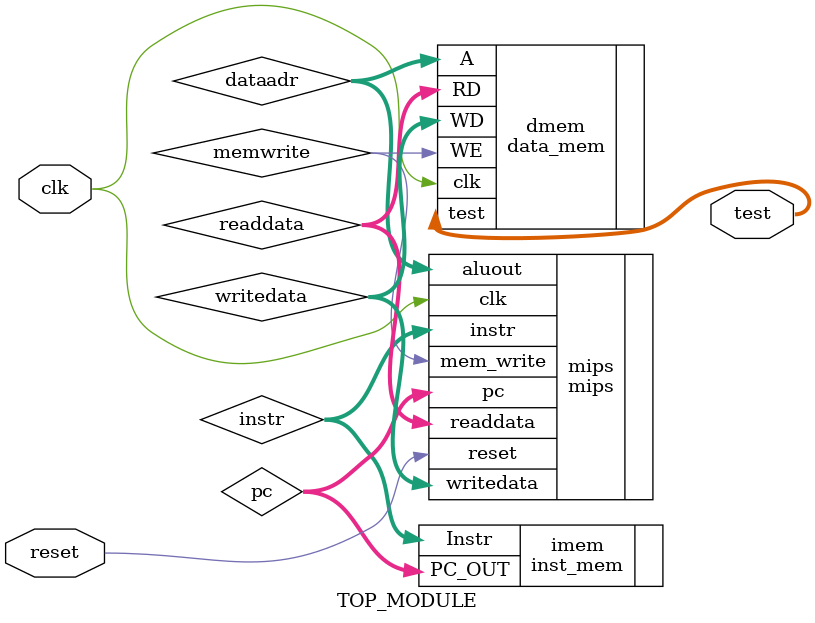
<source format=v>
module TOP_MODULE (input clk, reset,
output [15:0] test);
wire [31:0] pc, instr, readdata;
wire [31:0]writedata,dataadr;
wire memwrite;
// instantiate processor and memories
mips mips (.clk(clk),
           .reset(reset),
           .pc(pc),
           .instr(instr),
           .mem_write(memwrite),
           .aluout(dataadr),
           .writedata(writedata),
           .readdata(readdata));
inst_mem imem (.PC_OUT(pc),
               .Instr(instr));
data_mem dmem (.clk(clk),
               .WE(memwrite),
               .A(dataadr),
               .WD(writedata),
               .RD(readdata),
               .test(test));
endmodule               
</source>
